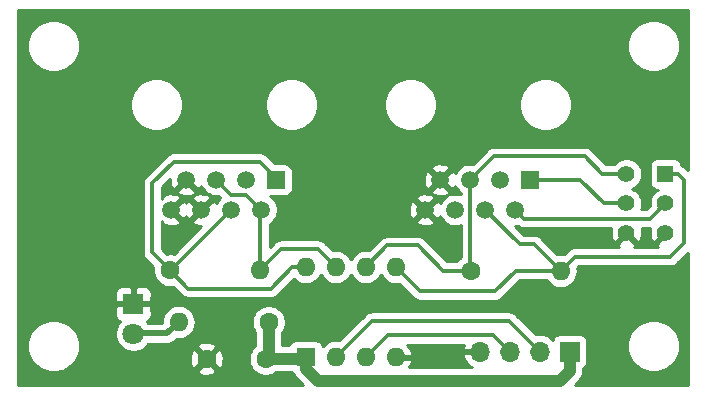
<source format=gbr>
G04 #@! TF.GenerationSoftware,KiCad,Pcbnew,(5.1.4)-1*
G04 #@! TF.CreationDate,2019-10-04T13:17:30-04:00*
G04 #@! TF.ProjectId,PB_16,50425f31-362e-46b6-9963-61645f706362,2*
G04 #@! TF.SameCoordinates,Original*
G04 #@! TF.FileFunction,Copper,L1,Top*
G04 #@! TF.FilePolarity,Positive*
%FSLAX46Y46*%
G04 Gerber Fmt 4.6, Leading zero omitted, Abs format (unit mm)*
G04 Created by KiCad (PCBNEW (5.1.4)-1) date 2019-10-04 13:17:30*
%MOMM*%
%LPD*%
G04 APERTURE LIST*
%ADD10O,1.600000X1.600000*%
%ADD11R,1.600000X1.600000*%
%ADD12C,1.400000*%
%ADD13R,1.400000X1.400000*%
%ADD14C,1.600000*%
%ADD15O,1.700000X1.700000*%
%ADD16R,1.700000X1.700000*%
%ADD17C,1.500000*%
%ADD18R,1.500000X1.500000*%
%ADD19C,1.800000*%
%ADD20R,1.800000X1.800000*%
%ADD21C,0.800000*%
%ADD22C,1.000000*%
%ADD23C,0.350000*%
%ADD24C,0.500000*%
%ADD25C,0.254000*%
G04 APERTURE END LIST*
D10*
X109000000Y-92380000D03*
X116620000Y-100000000D03*
X111540000Y-92380000D03*
X114080000Y-100000000D03*
X114080000Y-92380000D03*
X111540000Y-100000000D03*
X116620000Y-92380000D03*
D11*
X109000000Y-100000000D03*
D12*
X136150000Y-89500000D03*
X136150000Y-87000000D03*
X136150000Y-84500000D03*
X139450000Y-89500000D03*
X139450000Y-87000000D03*
D13*
X139450000Y-84500000D03*
D10*
X98230000Y-97050000D03*
D14*
X105850000Y-97050000D03*
D10*
X130570000Y-92700000D03*
D14*
X122950000Y-92700000D03*
D10*
X105120000Y-92650000D03*
D14*
X97500000Y-92650000D03*
D15*
X123730000Y-99550000D03*
X126270000Y-99550000D03*
X128810000Y-99550000D03*
D16*
X131350000Y-99550000D03*
D17*
X119110000Y-87540000D03*
X120380000Y-85000000D03*
X121650000Y-87540000D03*
X122920000Y-85000000D03*
X124190000Y-87540000D03*
X125460000Y-85000000D03*
X126730000Y-87540000D03*
D18*
X128000000Y-85000000D03*
D17*
X97610000Y-87540000D03*
X98880000Y-85000000D03*
X100150000Y-87540000D03*
X101420000Y-85000000D03*
X102690000Y-87540000D03*
X103960000Y-85000000D03*
X105230000Y-87540000D03*
D18*
X106500000Y-85000000D03*
D19*
X94400000Y-98040000D03*
D20*
X94400000Y-95500000D03*
D14*
X100600000Y-100150000D03*
X105600000Y-100150000D03*
D21*
X133750000Y-101550000D03*
X140500000Y-93550000D03*
X128400000Y-94700000D03*
X116250000Y-95050000D03*
X108100000Y-95150000D03*
X107750000Y-89200000D03*
X121350000Y-91000000D03*
X140750000Y-82400000D03*
X140200000Y-77700000D03*
X135000000Y-72250000D03*
X117300000Y-71850000D03*
X133150000Y-81150000D03*
X133550000Y-93050000D03*
X107300000Y-101900000D03*
X103600000Y-96300000D03*
X91550000Y-101300000D03*
X101950000Y-73750000D03*
X92250000Y-84300000D03*
X91900000Y-91350000D03*
X92200000Y-73900000D03*
X112850000Y-82800000D03*
X86450000Y-78000000D03*
X86450000Y-94150000D03*
X112850000Y-90100000D03*
D22*
X108850000Y-100150000D02*
X109000000Y-100000000D01*
X105600000Y-100150000D02*
X108850000Y-100150000D01*
X105850000Y-99900000D02*
X105600000Y-100150000D01*
X105850000Y-97050000D02*
X105850000Y-99900000D01*
X109000000Y-101000000D02*
X109000000Y-100000000D01*
X110000000Y-102000000D02*
X109000000Y-101000000D01*
X130500000Y-102000000D02*
X110000000Y-102000000D01*
X131350000Y-99550000D02*
X131350000Y-101150000D01*
X131350000Y-101150000D02*
X130500000Y-102000000D01*
D23*
X102169999Y-85749999D02*
X101420000Y-85000000D01*
X102670000Y-86250000D02*
X102169999Y-85749999D01*
X105230000Y-87540000D02*
X103940000Y-86250000D01*
X103940000Y-86250000D02*
X102670000Y-86250000D01*
X105120000Y-87650000D02*
X105230000Y-87540000D01*
X105120000Y-92650000D02*
X105120000Y-87650000D01*
X111540000Y-92380000D02*
X110010000Y-90850000D01*
X106920000Y-90850000D02*
X105120000Y-92650000D01*
X110010000Y-90850000D02*
X106920000Y-90850000D01*
X97500000Y-92650000D02*
X97580000Y-92650000D01*
X97580000Y-92650000D02*
X102690000Y-87540000D01*
X96000000Y-91150000D02*
X97500000Y-92650000D01*
X96000000Y-85300000D02*
X96000000Y-91150000D01*
X97850000Y-83450000D02*
X96000000Y-85300000D01*
X105100000Y-83450000D02*
X97850000Y-83450000D01*
X106500000Y-85000000D02*
X106500000Y-84850000D01*
X106500000Y-84850000D02*
X105100000Y-83450000D01*
X107868630Y-92380000D02*
X106048630Y-94200000D01*
X109000000Y-92380000D02*
X107868630Y-92380000D01*
X99050000Y-94200000D02*
X97500000Y-92650000D01*
X106048630Y-94200000D02*
X99050000Y-94200000D01*
X123669999Y-84250001D02*
X122920000Y-85000000D01*
X124920000Y-83000000D02*
X123669999Y-84250001D01*
X132600000Y-83000000D02*
X124920000Y-83000000D01*
X136150000Y-84500000D02*
X134100000Y-84500000D01*
X134100000Y-84500000D02*
X132600000Y-83000000D01*
X122920000Y-92670000D02*
X122950000Y-92700000D01*
X122920000Y-85000000D02*
X122920000Y-92670000D01*
X120650000Y-92700000D02*
X122950000Y-92700000D01*
X118500000Y-90550000D02*
X120650000Y-92700000D01*
X115910000Y-90550000D02*
X114080000Y-92380000D01*
X118500000Y-90550000D02*
X115910000Y-90550000D01*
X140500000Y-84500000D02*
X139450000Y-84500000D01*
X141000000Y-85000000D02*
X140500000Y-84500000D01*
X141000000Y-90350000D02*
X141000000Y-85000000D01*
X139850000Y-91500000D02*
X141000000Y-90350000D01*
X130570000Y-92700000D02*
X131770000Y-91500000D01*
X131770000Y-91500000D02*
X139850000Y-91500000D01*
X127100000Y-90450000D02*
X124190000Y-87540000D01*
X130570000Y-92700000D02*
X128320000Y-90450000D01*
X128320000Y-90450000D02*
X127100000Y-90450000D01*
X126800000Y-92700000D02*
X130570000Y-92700000D01*
X125049989Y-94450011D02*
X126800000Y-92700000D01*
X116620000Y-92380000D02*
X118690011Y-94450011D01*
X118690011Y-94450011D02*
X125049989Y-94450011D01*
X126730000Y-87540000D02*
X127479999Y-88289999D01*
X138750001Y-87699999D02*
X139450000Y-87000000D01*
X127479999Y-88289999D02*
X138160001Y-88289999D01*
X138160001Y-88289999D02*
X138750001Y-87699999D01*
X134250000Y-87000000D02*
X136150000Y-87000000D01*
X128000000Y-85000000D02*
X132250000Y-85000000D01*
X132250000Y-85000000D02*
X134250000Y-87000000D01*
X114879999Y-99200001D02*
X114080000Y-100000000D01*
X115930000Y-98150000D02*
X114879999Y-99200001D01*
X124870000Y-98150000D02*
X115930000Y-98150000D01*
X126270000Y-99550000D02*
X124870000Y-98150000D01*
X112339999Y-99200001D02*
X111540000Y-100000000D01*
X114590000Y-96950000D02*
X112339999Y-99200001D01*
X128810000Y-99550000D02*
X126210000Y-96950000D01*
X126210000Y-96950000D02*
X114590000Y-96950000D01*
X94610000Y-98250000D02*
X94400000Y-98040000D01*
D24*
X94440000Y-98000000D02*
X94400000Y-98040000D01*
X98230000Y-97050000D02*
X97280000Y-98000000D01*
X97280000Y-98000000D02*
X94440000Y-98000000D01*
D25*
G36*
X141340000Y-84194488D02*
G01*
X141100900Y-83955388D01*
X141075528Y-83924472D01*
X140952189Y-83823251D01*
X140811473Y-83748037D01*
X140782076Y-83739119D01*
X140775812Y-83675518D01*
X140739502Y-83555820D01*
X140680537Y-83445506D01*
X140601185Y-83348815D01*
X140504494Y-83269463D01*
X140394180Y-83210498D01*
X140274482Y-83174188D01*
X140150000Y-83161928D01*
X138750000Y-83161928D01*
X138625518Y-83174188D01*
X138505820Y-83210498D01*
X138395506Y-83269463D01*
X138298815Y-83348815D01*
X138219463Y-83445506D01*
X138160498Y-83555820D01*
X138124188Y-83675518D01*
X138111928Y-83800000D01*
X138111928Y-85200000D01*
X138124188Y-85324482D01*
X138160498Y-85444180D01*
X138219463Y-85554494D01*
X138298815Y-85651185D01*
X138395506Y-85730537D01*
X138505820Y-85789502D01*
X138625518Y-85825812D01*
X138750000Y-85838072D01*
X138786013Y-85838072D01*
X138598987Y-85963038D01*
X138413038Y-86148987D01*
X138266939Y-86367641D01*
X138166304Y-86610595D01*
X138115000Y-86868514D01*
X138115000Y-87131486D01*
X138124623Y-87179864D01*
X137824489Y-87479999D01*
X137396171Y-87479999D01*
X137433696Y-87389405D01*
X137485000Y-87131486D01*
X137485000Y-86868514D01*
X137433696Y-86610595D01*
X137333061Y-86367641D01*
X137186962Y-86148987D01*
X137001013Y-85963038D01*
X136782359Y-85816939D01*
X136620754Y-85750000D01*
X136782359Y-85683061D01*
X137001013Y-85536962D01*
X137186962Y-85351013D01*
X137333061Y-85132359D01*
X137433696Y-84889405D01*
X137485000Y-84631486D01*
X137485000Y-84368514D01*
X137433696Y-84110595D01*
X137333061Y-83867641D01*
X137186962Y-83648987D01*
X137001013Y-83463038D01*
X136782359Y-83316939D01*
X136539405Y-83216304D01*
X136281486Y-83165000D01*
X136018514Y-83165000D01*
X135760595Y-83216304D01*
X135517641Y-83316939D01*
X135298987Y-83463038D01*
X135113038Y-83648987D01*
X135085634Y-83690000D01*
X134435513Y-83690000D01*
X133200899Y-82455387D01*
X133175528Y-82424472D01*
X133052189Y-82323251D01*
X132911473Y-82248037D01*
X132758788Y-82201720D01*
X132639791Y-82190000D01*
X132639788Y-82190000D01*
X132600000Y-82186081D01*
X132560212Y-82190000D01*
X124959787Y-82190000D01*
X124919999Y-82186081D01*
X124880211Y-82190000D01*
X124880209Y-82190000D01*
X124761212Y-82201720D01*
X124608527Y-82248037D01*
X124543024Y-82283049D01*
X124467810Y-82323251D01*
X124412210Y-82368881D01*
X124344472Y-82424472D01*
X124319105Y-82455382D01*
X123142386Y-83632102D01*
X123056411Y-83615000D01*
X122783589Y-83615000D01*
X122516011Y-83668225D01*
X122263957Y-83772629D01*
X122037114Y-83924201D01*
X121844201Y-84117114D01*
X121692629Y-84343957D01*
X121651489Y-84443279D01*
X121636277Y-84401168D01*
X121575860Y-84288137D01*
X121336993Y-84222612D01*
X120559605Y-85000000D01*
X121336993Y-85777388D01*
X121575860Y-85711863D01*
X121650164Y-85553523D01*
X121692629Y-85656043D01*
X121844201Y-85882886D01*
X122037114Y-86075799D01*
X122110000Y-86124500D01*
X122110000Y-86231426D01*
X122053989Y-86208225D01*
X121786411Y-86155000D01*
X121513589Y-86155000D01*
X121246011Y-86208225D01*
X120993957Y-86312629D01*
X120767114Y-86464201D01*
X120574201Y-86657114D01*
X120422629Y-86883957D01*
X120381489Y-86983279D01*
X120366277Y-86941168D01*
X120305860Y-86828137D01*
X120066993Y-86762612D01*
X119289605Y-87540000D01*
X120066993Y-88317388D01*
X120305860Y-88251863D01*
X120380164Y-88093523D01*
X120422629Y-88196043D01*
X120574201Y-88422886D01*
X120767114Y-88615799D01*
X120993957Y-88767371D01*
X121246011Y-88871775D01*
X121513589Y-88925000D01*
X121786411Y-88925000D01*
X122053989Y-88871775D01*
X122110001Y-88848574D01*
X122110001Y-91535410D01*
X122035241Y-91585363D01*
X121835363Y-91785241D01*
X121765365Y-91890000D01*
X120985513Y-91890000D01*
X119100899Y-90005387D01*
X119075528Y-89974472D01*
X118952189Y-89873251D01*
X118811473Y-89798037D01*
X118658788Y-89751720D01*
X118539791Y-89740000D01*
X118539788Y-89740000D01*
X118500000Y-89736081D01*
X118460212Y-89740000D01*
X115949788Y-89740000D01*
X115910000Y-89736081D01*
X115870212Y-89740000D01*
X115870209Y-89740000D01*
X115751212Y-89751720D01*
X115598527Y-89798037D01*
X115533024Y-89833049D01*
X115457810Y-89873251D01*
X115393796Y-89925786D01*
X115334472Y-89974472D01*
X115309105Y-90005382D01*
X114349852Y-90964636D01*
X114150492Y-90945000D01*
X114009508Y-90945000D01*
X113798691Y-90965764D01*
X113528192Y-91047818D01*
X113278899Y-91181068D01*
X113060392Y-91360392D01*
X112881068Y-91578899D01*
X112810000Y-91711858D01*
X112738932Y-91578899D01*
X112559608Y-91360392D01*
X112341101Y-91181068D01*
X112091808Y-91047818D01*
X111821309Y-90965764D01*
X111610492Y-90945000D01*
X111469508Y-90945000D01*
X111270148Y-90964636D01*
X110610899Y-90305387D01*
X110585528Y-90274472D01*
X110462189Y-90173251D01*
X110321473Y-90098037D01*
X110168788Y-90051720D01*
X110049791Y-90040000D01*
X110049788Y-90040000D01*
X110010000Y-90036081D01*
X109970212Y-90040000D01*
X106959787Y-90040000D01*
X106919999Y-90036081D01*
X106880211Y-90040000D01*
X106880209Y-90040000D01*
X106761212Y-90051720D01*
X106608527Y-90098037D01*
X106467811Y-90173251D01*
X106344472Y-90274472D01*
X106319105Y-90305382D01*
X105930000Y-90694487D01*
X105930000Y-88738000D01*
X106112886Y-88615799D01*
X106231692Y-88496993D01*
X118332612Y-88496993D01*
X118398137Y-88735860D01*
X118645116Y-88851760D01*
X118909960Y-88917250D01*
X119182492Y-88929812D01*
X119452238Y-88888965D01*
X119708832Y-88796277D01*
X119821863Y-88735860D01*
X119887388Y-88496993D01*
X119110000Y-87719605D01*
X118332612Y-88496993D01*
X106231692Y-88496993D01*
X106305799Y-88422886D01*
X106457371Y-88196043D01*
X106561775Y-87943989D01*
X106615000Y-87676411D01*
X106615000Y-87612492D01*
X117720188Y-87612492D01*
X117761035Y-87882238D01*
X117853723Y-88138832D01*
X117914140Y-88251863D01*
X118153007Y-88317388D01*
X118930395Y-87540000D01*
X118153007Y-86762612D01*
X117914140Y-86828137D01*
X117798240Y-87075116D01*
X117732750Y-87339960D01*
X117720188Y-87612492D01*
X106615000Y-87612492D01*
X106615000Y-87403589D01*
X106561775Y-87136011D01*
X106457371Y-86883957D01*
X106305799Y-86657114D01*
X106231692Y-86583007D01*
X118332612Y-86583007D01*
X119110000Y-87360395D01*
X119887388Y-86583007D01*
X119821863Y-86344140D01*
X119574884Y-86228240D01*
X119310040Y-86162750D01*
X119037508Y-86150188D01*
X118767762Y-86191035D01*
X118511168Y-86283723D01*
X118398137Y-86344140D01*
X118332612Y-86583007D01*
X106231692Y-86583007D01*
X106112886Y-86464201D01*
X105998951Y-86388072D01*
X107250000Y-86388072D01*
X107374482Y-86375812D01*
X107494180Y-86339502D01*
X107604494Y-86280537D01*
X107701185Y-86201185D01*
X107780537Y-86104494D01*
X107839502Y-85994180D01*
X107850782Y-85956993D01*
X119602612Y-85956993D01*
X119668137Y-86195860D01*
X119915116Y-86311760D01*
X120179960Y-86377250D01*
X120452492Y-86389812D01*
X120722238Y-86348965D01*
X120978832Y-86256277D01*
X121091863Y-86195860D01*
X121157388Y-85956993D01*
X120380000Y-85179605D01*
X119602612Y-85956993D01*
X107850782Y-85956993D01*
X107875812Y-85874482D01*
X107888072Y-85750000D01*
X107888072Y-85072492D01*
X118990188Y-85072492D01*
X119031035Y-85342238D01*
X119123723Y-85598832D01*
X119184140Y-85711863D01*
X119423007Y-85777388D01*
X120200395Y-85000000D01*
X119423007Y-84222612D01*
X119184140Y-84288137D01*
X119068240Y-84535116D01*
X119002750Y-84799960D01*
X118990188Y-85072492D01*
X107888072Y-85072492D01*
X107888072Y-84250000D01*
X107875812Y-84125518D01*
X107850783Y-84043007D01*
X119602612Y-84043007D01*
X120380000Y-84820395D01*
X121157388Y-84043007D01*
X121091863Y-83804140D01*
X120844884Y-83688240D01*
X120580040Y-83622750D01*
X120307508Y-83610188D01*
X120037762Y-83651035D01*
X119781168Y-83743723D01*
X119668137Y-83804140D01*
X119602612Y-84043007D01*
X107850783Y-84043007D01*
X107839502Y-84005820D01*
X107780537Y-83895506D01*
X107701185Y-83798815D01*
X107604494Y-83719463D01*
X107494180Y-83660498D01*
X107374482Y-83624188D01*
X107250000Y-83611928D01*
X106407440Y-83611928D01*
X105700900Y-82905388D01*
X105675528Y-82874472D01*
X105552189Y-82773251D01*
X105411473Y-82698037D01*
X105258788Y-82651720D01*
X105139791Y-82640000D01*
X105139788Y-82640000D01*
X105100000Y-82636081D01*
X105060212Y-82640000D01*
X97889787Y-82640000D01*
X97849999Y-82636081D01*
X97810211Y-82640000D01*
X97810209Y-82640000D01*
X97691212Y-82651720D01*
X97538527Y-82698037D01*
X97473024Y-82733049D01*
X97397810Y-82773251D01*
X97342210Y-82818881D01*
X97274472Y-82874472D01*
X97249105Y-82905382D01*
X95455387Y-84699101D01*
X95424472Y-84724472D01*
X95366903Y-84794621D01*
X95323251Y-84847811D01*
X95322081Y-84850000D01*
X95248037Y-84988528D01*
X95201720Y-85141213D01*
X95190812Y-85251963D01*
X95186081Y-85300000D01*
X95190000Y-85339788D01*
X95190001Y-91110202D01*
X95186081Y-91150000D01*
X95196916Y-91260000D01*
X95201721Y-91308788D01*
X95237134Y-91425528D01*
X95248038Y-91461473D01*
X95323251Y-91602189D01*
X95369700Y-91658787D01*
X95424473Y-91725528D01*
X95455383Y-91750895D01*
X96089580Y-92385093D01*
X96065000Y-92508665D01*
X96065000Y-92791335D01*
X96120147Y-93068574D01*
X96228320Y-93329727D01*
X96385363Y-93564759D01*
X96585241Y-93764637D01*
X96820273Y-93921680D01*
X97081426Y-94029853D01*
X97358665Y-94085000D01*
X97641335Y-94085000D01*
X97764907Y-94060420D01*
X98449105Y-94744618D01*
X98474472Y-94775528D01*
X98542210Y-94831119D01*
X98597810Y-94876749D01*
X98673024Y-94916951D01*
X98738527Y-94951963D01*
X98891212Y-94998280D01*
X99010209Y-95010000D01*
X99010211Y-95010000D01*
X99049999Y-95013919D01*
X99089787Y-95010000D01*
X106008842Y-95010000D01*
X106048630Y-95013919D01*
X106088418Y-95010000D01*
X106088421Y-95010000D01*
X106207418Y-94998280D01*
X106360103Y-94951963D01*
X106500819Y-94876749D01*
X106624158Y-94775528D01*
X106649529Y-94744613D01*
X107988160Y-93405983D01*
X108198899Y-93578932D01*
X108448192Y-93712182D01*
X108718691Y-93794236D01*
X108929508Y-93815000D01*
X109070492Y-93815000D01*
X109281309Y-93794236D01*
X109551808Y-93712182D01*
X109801101Y-93578932D01*
X110019608Y-93399608D01*
X110198932Y-93181101D01*
X110270000Y-93048142D01*
X110341068Y-93181101D01*
X110520392Y-93399608D01*
X110738899Y-93578932D01*
X110988192Y-93712182D01*
X111258691Y-93794236D01*
X111469508Y-93815000D01*
X111610492Y-93815000D01*
X111821309Y-93794236D01*
X112091808Y-93712182D01*
X112341101Y-93578932D01*
X112559608Y-93399608D01*
X112738932Y-93181101D01*
X112810000Y-93048142D01*
X112881068Y-93181101D01*
X113060392Y-93399608D01*
X113278899Y-93578932D01*
X113528192Y-93712182D01*
X113798691Y-93794236D01*
X114009508Y-93815000D01*
X114150492Y-93815000D01*
X114361309Y-93794236D01*
X114631808Y-93712182D01*
X114881101Y-93578932D01*
X115099608Y-93399608D01*
X115278932Y-93181101D01*
X115350000Y-93048142D01*
X115421068Y-93181101D01*
X115600392Y-93399608D01*
X115818899Y-93578932D01*
X116068192Y-93712182D01*
X116338691Y-93794236D01*
X116549508Y-93815000D01*
X116690492Y-93815000D01*
X116889852Y-93795364D01*
X118089116Y-94994629D01*
X118114483Y-95025539D01*
X118145391Y-95050904D01*
X118237822Y-95126760D01*
X118378537Y-95201974D01*
X118414074Y-95212754D01*
X118531223Y-95248291D01*
X118650220Y-95260011D01*
X118650223Y-95260011D01*
X118690011Y-95263930D01*
X118729799Y-95260011D01*
X125010201Y-95260011D01*
X125049989Y-95263930D01*
X125089777Y-95260011D01*
X125089780Y-95260011D01*
X125208777Y-95248291D01*
X125361462Y-95201974D01*
X125502178Y-95126760D01*
X125625517Y-95025539D01*
X125650888Y-94994624D01*
X127135513Y-93510000D01*
X129378371Y-93510000D01*
X129550392Y-93719608D01*
X129768899Y-93898932D01*
X130018192Y-94032182D01*
X130288691Y-94114236D01*
X130499508Y-94135000D01*
X130640492Y-94135000D01*
X130851309Y-94114236D01*
X131121808Y-94032182D01*
X131371101Y-93898932D01*
X131589608Y-93719608D01*
X131768932Y-93501101D01*
X131902182Y-93251808D01*
X131984236Y-92981309D01*
X132011943Y-92700000D01*
X131985364Y-92430148D01*
X132105513Y-92310000D01*
X139810212Y-92310000D01*
X139850000Y-92313919D01*
X139889788Y-92310000D01*
X139889791Y-92310000D01*
X140008788Y-92298280D01*
X140161473Y-92251963D01*
X140302189Y-92176749D01*
X140425528Y-92075528D01*
X140450899Y-92044613D01*
X141340001Y-91155512D01*
X141340001Y-102340000D01*
X131765132Y-102340000D01*
X132113145Y-101991987D01*
X132156449Y-101956449D01*
X132298284Y-101783623D01*
X132403676Y-101586447D01*
X132468577Y-101372499D01*
X132485000Y-101205752D01*
X132490491Y-101150000D01*
X132485000Y-101094248D01*
X132485000Y-100967683D01*
X132554494Y-100930537D01*
X132651185Y-100851185D01*
X132730537Y-100754494D01*
X132789502Y-100644180D01*
X132825812Y-100524482D01*
X132838072Y-100400000D01*
X132838072Y-98839872D01*
X136195000Y-98839872D01*
X136195000Y-99280128D01*
X136280890Y-99711925D01*
X136449369Y-100118669D01*
X136693962Y-100484729D01*
X137005271Y-100796038D01*
X137371331Y-101040631D01*
X137778075Y-101209110D01*
X138209872Y-101295000D01*
X138650128Y-101295000D01*
X139081925Y-101209110D01*
X139488669Y-101040631D01*
X139854729Y-100796038D01*
X140166038Y-100484729D01*
X140410631Y-100118669D01*
X140579110Y-99711925D01*
X140665000Y-99280128D01*
X140665000Y-98839872D01*
X140579110Y-98408075D01*
X140410631Y-98001331D01*
X140166038Y-97635271D01*
X139854729Y-97323962D01*
X139488669Y-97079369D01*
X139081925Y-96910890D01*
X138650128Y-96825000D01*
X138209872Y-96825000D01*
X137778075Y-96910890D01*
X137371331Y-97079369D01*
X137005271Y-97323962D01*
X136693962Y-97635271D01*
X136449369Y-98001331D01*
X136280890Y-98408075D01*
X136195000Y-98839872D01*
X132838072Y-98839872D01*
X132838072Y-98700000D01*
X132825812Y-98575518D01*
X132789502Y-98455820D01*
X132730537Y-98345506D01*
X132651185Y-98248815D01*
X132554494Y-98169463D01*
X132444180Y-98110498D01*
X132324482Y-98074188D01*
X132200000Y-98061928D01*
X130500000Y-98061928D01*
X130375518Y-98074188D01*
X130255820Y-98110498D01*
X130145506Y-98169463D01*
X130048815Y-98248815D01*
X129969463Y-98345506D01*
X129910498Y-98455820D01*
X129889607Y-98524687D01*
X129865134Y-98494866D01*
X129639014Y-98309294D01*
X129381034Y-98171401D01*
X129101111Y-98086487D01*
X128882950Y-98065000D01*
X128737050Y-98065000D01*
X128518889Y-98086487D01*
X128498258Y-98092745D01*
X126810900Y-96405387D01*
X126785528Y-96374472D01*
X126662189Y-96273251D01*
X126521473Y-96198037D01*
X126368788Y-96151720D01*
X126249791Y-96140000D01*
X126249788Y-96140000D01*
X126210000Y-96136081D01*
X126170212Y-96140000D01*
X114629788Y-96140000D01*
X114590000Y-96136081D01*
X114550212Y-96140000D01*
X114550209Y-96140000D01*
X114431212Y-96151720D01*
X114278527Y-96198037D01*
X114221699Y-96228412D01*
X114137810Y-96273251D01*
X114092314Y-96310589D01*
X114014472Y-96374472D01*
X113989105Y-96405382D01*
X111809852Y-98584636D01*
X111610492Y-98565000D01*
X111469508Y-98565000D01*
X111258691Y-98585764D01*
X110988192Y-98667818D01*
X110738899Y-98801068D01*
X110520392Y-98980392D01*
X110427581Y-99093482D01*
X110425812Y-99075518D01*
X110389502Y-98955820D01*
X110330537Y-98845506D01*
X110251185Y-98748815D01*
X110154494Y-98669463D01*
X110044180Y-98610498D01*
X109924482Y-98574188D01*
X109800000Y-98561928D01*
X108200000Y-98561928D01*
X108075518Y-98574188D01*
X107955820Y-98610498D01*
X107845506Y-98669463D01*
X107748815Y-98748815D01*
X107669463Y-98845506D01*
X107610498Y-98955820D01*
X107592546Y-99015000D01*
X106985000Y-99015000D01*
X106985000Y-97934284D01*
X107121680Y-97729727D01*
X107229853Y-97468574D01*
X107285000Y-97191335D01*
X107285000Y-96908665D01*
X107229853Y-96631426D01*
X107121680Y-96370273D01*
X106964637Y-96135241D01*
X106764759Y-95935363D01*
X106529727Y-95778320D01*
X106268574Y-95670147D01*
X105991335Y-95615000D01*
X105708665Y-95615000D01*
X105431426Y-95670147D01*
X105170273Y-95778320D01*
X104935241Y-95935363D01*
X104735363Y-96135241D01*
X104578320Y-96370273D01*
X104470147Y-96631426D01*
X104415000Y-96908665D01*
X104415000Y-97191335D01*
X104470147Y-97468574D01*
X104578320Y-97729727D01*
X104715000Y-97934284D01*
X104715001Y-99015478D01*
X104685241Y-99035363D01*
X104485363Y-99235241D01*
X104328320Y-99470273D01*
X104220147Y-99731426D01*
X104165000Y-100008665D01*
X104165000Y-100291335D01*
X104220147Y-100568574D01*
X104328320Y-100829727D01*
X104485363Y-101064759D01*
X104685241Y-101264637D01*
X104920273Y-101421680D01*
X105181426Y-101529853D01*
X105458665Y-101585000D01*
X105741335Y-101585000D01*
X106018574Y-101529853D01*
X106279727Y-101421680D01*
X106484284Y-101285000D01*
X107790019Y-101285000D01*
X107845506Y-101330537D01*
X107927490Y-101374359D01*
X107946324Y-101436446D01*
X108051716Y-101633623D01*
X108193551Y-101806449D01*
X108236864Y-101841995D01*
X108734868Y-102340000D01*
X84660000Y-102340000D01*
X84660000Y-98839872D01*
X85395000Y-98839872D01*
X85395000Y-99280128D01*
X85480890Y-99711925D01*
X85649369Y-100118669D01*
X85893962Y-100484729D01*
X86205271Y-100796038D01*
X86571331Y-101040631D01*
X86978075Y-101209110D01*
X87409872Y-101295000D01*
X87850128Y-101295000D01*
X88281925Y-101209110D01*
X88442247Y-101142702D01*
X99786903Y-101142702D01*
X99858486Y-101386671D01*
X100113996Y-101507571D01*
X100388184Y-101576300D01*
X100670512Y-101590217D01*
X100950130Y-101548787D01*
X101216292Y-101453603D01*
X101341514Y-101386671D01*
X101413097Y-101142702D01*
X100600000Y-100329605D01*
X99786903Y-101142702D01*
X88442247Y-101142702D01*
X88688669Y-101040631D01*
X89054729Y-100796038D01*
X89366038Y-100484729D01*
X89542581Y-100220512D01*
X99159783Y-100220512D01*
X99201213Y-100500130D01*
X99296397Y-100766292D01*
X99363329Y-100891514D01*
X99607298Y-100963097D01*
X100420395Y-100150000D01*
X100779605Y-100150000D01*
X101592702Y-100963097D01*
X101836671Y-100891514D01*
X101957571Y-100636004D01*
X102026300Y-100361816D01*
X102040217Y-100079488D01*
X101998787Y-99799870D01*
X101903603Y-99533708D01*
X101836671Y-99408486D01*
X101592702Y-99336903D01*
X100779605Y-100150000D01*
X100420395Y-100150000D01*
X99607298Y-99336903D01*
X99363329Y-99408486D01*
X99242429Y-99663996D01*
X99173700Y-99938184D01*
X99159783Y-100220512D01*
X89542581Y-100220512D01*
X89610631Y-100118669D01*
X89779110Y-99711925D01*
X89865000Y-99280128D01*
X89865000Y-98839872D01*
X89779110Y-98408075D01*
X89610631Y-98001331D01*
X89366038Y-97635271D01*
X89054729Y-97323962D01*
X88688669Y-97079369D01*
X88281925Y-96910890D01*
X87850128Y-96825000D01*
X87409872Y-96825000D01*
X86978075Y-96910890D01*
X86571331Y-97079369D01*
X86205271Y-97323962D01*
X85893962Y-97635271D01*
X85649369Y-98001331D01*
X85480890Y-98408075D01*
X85395000Y-98839872D01*
X84660000Y-98839872D01*
X84660000Y-96400000D01*
X92861928Y-96400000D01*
X92874188Y-96524482D01*
X92910498Y-96644180D01*
X92969463Y-96754494D01*
X93048815Y-96851185D01*
X93145506Y-96930537D01*
X93255820Y-96989502D01*
X93274127Y-96995056D01*
X93207688Y-97061495D01*
X93039701Y-97312905D01*
X92923989Y-97592257D01*
X92865000Y-97888816D01*
X92865000Y-98191184D01*
X92923989Y-98487743D01*
X93039701Y-98767095D01*
X93207688Y-99018505D01*
X93421495Y-99232312D01*
X93672905Y-99400299D01*
X93952257Y-99516011D01*
X94248816Y-99575000D01*
X94551184Y-99575000D01*
X94847743Y-99516011D01*
X95127095Y-99400299D01*
X95378505Y-99232312D01*
X95453519Y-99157298D01*
X99786903Y-99157298D01*
X100600000Y-99970395D01*
X101413097Y-99157298D01*
X101341514Y-98913329D01*
X101086004Y-98792429D01*
X100811816Y-98723700D01*
X100529488Y-98709783D01*
X100249870Y-98751213D01*
X99983708Y-98846397D01*
X99858486Y-98913329D01*
X99786903Y-99157298D01*
X95453519Y-99157298D01*
X95592312Y-99018505D01*
X95681517Y-98885000D01*
X97236531Y-98885000D01*
X97280000Y-98889281D01*
X97323469Y-98885000D01*
X97323477Y-98885000D01*
X97453490Y-98872195D01*
X97620313Y-98821589D01*
X97774059Y-98739411D01*
X97908817Y-98628817D01*
X97936534Y-98595044D01*
X98056704Y-98474874D01*
X98159508Y-98485000D01*
X98300492Y-98485000D01*
X98511309Y-98464236D01*
X98781808Y-98382182D01*
X99031101Y-98248932D01*
X99249608Y-98069608D01*
X99428932Y-97851101D01*
X99562182Y-97601808D01*
X99644236Y-97331309D01*
X99671943Y-97050000D01*
X99644236Y-96768691D01*
X99562182Y-96498192D01*
X99428932Y-96248899D01*
X99249608Y-96030392D01*
X99031101Y-95851068D01*
X98781808Y-95717818D01*
X98511309Y-95635764D01*
X98300492Y-95615000D01*
X98159508Y-95615000D01*
X97948691Y-95635764D01*
X97678192Y-95717818D01*
X97428899Y-95851068D01*
X97210392Y-96030392D01*
X97031068Y-96248899D01*
X96897818Y-96498192D01*
X96815764Y-96768691D01*
X96788057Y-97050000D01*
X96794459Y-97115000D01*
X95628063Y-97115000D01*
X95592312Y-97061495D01*
X95525873Y-96995056D01*
X95544180Y-96989502D01*
X95654494Y-96930537D01*
X95751185Y-96851185D01*
X95830537Y-96754494D01*
X95889502Y-96644180D01*
X95925812Y-96524482D01*
X95938072Y-96400000D01*
X95935000Y-95785750D01*
X95776250Y-95627000D01*
X94527000Y-95627000D01*
X94527000Y-95647000D01*
X94273000Y-95647000D01*
X94273000Y-95627000D01*
X93023750Y-95627000D01*
X92865000Y-95785750D01*
X92861928Y-96400000D01*
X84660000Y-96400000D01*
X84660000Y-94600000D01*
X92861928Y-94600000D01*
X92865000Y-95214250D01*
X93023750Y-95373000D01*
X94273000Y-95373000D01*
X94273000Y-94123750D01*
X94527000Y-94123750D01*
X94527000Y-95373000D01*
X95776250Y-95373000D01*
X95935000Y-95214250D01*
X95938072Y-94600000D01*
X95925812Y-94475518D01*
X95889502Y-94355820D01*
X95830537Y-94245506D01*
X95751185Y-94148815D01*
X95654494Y-94069463D01*
X95544180Y-94010498D01*
X95424482Y-93974188D01*
X95300000Y-93961928D01*
X94685750Y-93965000D01*
X94527000Y-94123750D01*
X94273000Y-94123750D01*
X94114250Y-93965000D01*
X93500000Y-93961928D01*
X93375518Y-93974188D01*
X93255820Y-94010498D01*
X93145506Y-94069463D01*
X93048815Y-94148815D01*
X92969463Y-94245506D01*
X92910498Y-94355820D01*
X92874188Y-94475518D01*
X92861928Y-94600000D01*
X84660000Y-94600000D01*
X84660000Y-78429872D01*
X94105000Y-78429872D01*
X94105000Y-78870128D01*
X94190890Y-79301925D01*
X94359369Y-79708669D01*
X94603962Y-80074729D01*
X94915271Y-80386038D01*
X95281331Y-80630631D01*
X95688075Y-80799110D01*
X96119872Y-80885000D01*
X96560128Y-80885000D01*
X96991925Y-80799110D01*
X97398669Y-80630631D01*
X97764729Y-80386038D01*
X98076038Y-80074729D01*
X98320631Y-79708669D01*
X98489110Y-79301925D01*
X98575000Y-78870128D01*
X98575000Y-78429872D01*
X105535000Y-78429872D01*
X105535000Y-78870128D01*
X105620890Y-79301925D01*
X105789369Y-79708669D01*
X106033962Y-80074729D01*
X106345271Y-80386038D01*
X106711331Y-80630631D01*
X107118075Y-80799110D01*
X107549872Y-80885000D01*
X107990128Y-80885000D01*
X108421925Y-80799110D01*
X108828669Y-80630631D01*
X109194729Y-80386038D01*
X109506038Y-80074729D01*
X109750631Y-79708669D01*
X109919110Y-79301925D01*
X110005000Y-78870128D01*
X110005000Y-78429872D01*
X115605000Y-78429872D01*
X115605000Y-78870128D01*
X115690890Y-79301925D01*
X115859369Y-79708669D01*
X116103962Y-80074729D01*
X116415271Y-80386038D01*
X116781331Y-80630631D01*
X117188075Y-80799110D01*
X117619872Y-80885000D01*
X118060128Y-80885000D01*
X118491925Y-80799110D01*
X118898669Y-80630631D01*
X119264729Y-80386038D01*
X119576038Y-80074729D01*
X119820631Y-79708669D01*
X119989110Y-79301925D01*
X120075000Y-78870128D01*
X120075000Y-78429872D01*
X127035000Y-78429872D01*
X127035000Y-78870128D01*
X127120890Y-79301925D01*
X127289369Y-79708669D01*
X127533962Y-80074729D01*
X127845271Y-80386038D01*
X128211331Y-80630631D01*
X128618075Y-80799110D01*
X129049872Y-80885000D01*
X129490128Y-80885000D01*
X129921925Y-80799110D01*
X130328669Y-80630631D01*
X130694729Y-80386038D01*
X131006038Y-80074729D01*
X131250631Y-79708669D01*
X131419110Y-79301925D01*
X131505000Y-78870128D01*
X131505000Y-78429872D01*
X131419110Y-77998075D01*
X131250631Y-77591331D01*
X131006038Y-77225271D01*
X130694729Y-76913962D01*
X130328669Y-76669369D01*
X129921925Y-76500890D01*
X129490128Y-76415000D01*
X129049872Y-76415000D01*
X128618075Y-76500890D01*
X128211331Y-76669369D01*
X127845271Y-76913962D01*
X127533962Y-77225271D01*
X127289369Y-77591331D01*
X127120890Y-77998075D01*
X127035000Y-78429872D01*
X120075000Y-78429872D01*
X119989110Y-77998075D01*
X119820631Y-77591331D01*
X119576038Y-77225271D01*
X119264729Y-76913962D01*
X118898669Y-76669369D01*
X118491925Y-76500890D01*
X118060128Y-76415000D01*
X117619872Y-76415000D01*
X117188075Y-76500890D01*
X116781331Y-76669369D01*
X116415271Y-76913962D01*
X116103962Y-77225271D01*
X115859369Y-77591331D01*
X115690890Y-77998075D01*
X115605000Y-78429872D01*
X110005000Y-78429872D01*
X109919110Y-77998075D01*
X109750631Y-77591331D01*
X109506038Y-77225271D01*
X109194729Y-76913962D01*
X108828669Y-76669369D01*
X108421925Y-76500890D01*
X107990128Y-76415000D01*
X107549872Y-76415000D01*
X107118075Y-76500890D01*
X106711331Y-76669369D01*
X106345271Y-76913962D01*
X106033962Y-77225271D01*
X105789369Y-77591331D01*
X105620890Y-77998075D01*
X105535000Y-78429872D01*
X98575000Y-78429872D01*
X98489110Y-77998075D01*
X98320631Y-77591331D01*
X98076038Y-77225271D01*
X97764729Y-76913962D01*
X97398669Y-76669369D01*
X96991925Y-76500890D01*
X96560128Y-76415000D01*
X96119872Y-76415000D01*
X95688075Y-76500890D01*
X95281331Y-76669369D01*
X94915271Y-76913962D01*
X94603962Y-77225271D01*
X94359369Y-77591331D01*
X94190890Y-77998075D01*
X94105000Y-78429872D01*
X84660000Y-78429872D01*
X84660000Y-73439872D01*
X85395000Y-73439872D01*
X85395000Y-73880128D01*
X85480890Y-74311925D01*
X85649369Y-74718669D01*
X85893962Y-75084729D01*
X86205271Y-75396038D01*
X86571331Y-75640631D01*
X86978075Y-75809110D01*
X87409872Y-75895000D01*
X87850128Y-75895000D01*
X88281925Y-75809110D01*
X88688669Y-75640631D01*
X89054729Y-75396038D01*
X89366038Y-75084729D01*
X89610631Y-74718669D01*
X89779110Y-74311925D01*
X89865000Y-73880128D01*
X89865000Y-73439872D01*
X136195000Y-73439872D01*
X136195000Y-73880128D01*
X136280890Y-74311925D01*
X136449369Y-74718669D01*
X136693962Y-75084729D01*
X137005271Y-75396038D01*
X137371331Y-75640631D01*
X137778075Y-75809110D01*
X138209872Y-75895000D01*
X138650128Y-75895000D01*
X139081925Y-75809110D01*
X139488669Y-75640631D01*
X139854729Y-75396038D01*
X140166038Y-75084729D01*
X140410631Y-74718669D01*
X140579110Y-74311925D01*
X140665000Y-73880128D01*
X140665000Y-73439872D01*
X140579110Y-73008075D01*
X140410631Y-72601331D01*
X140166038Y-72235271D01*
X139854729Y-71923962D01*
X139488669Y-71679369D01*
X139081925Y-71510890D01*
X138650128Y-71425000D01*
X138209872Y-71425000D01*
X137778075Y-71510890D01*
X137371331Y-71679369D01*
X137005271Y-71923962D01*
X136693962Y-72235271D01*
X136449369Y-72601331D01*
X136280890Y-73008075D01*
X136195000Y-73439872D01*
X89865000Y-73439872D01*
X89779110Y-73008075D01*
X89610631Y-72601331D01*
X89366038Y-72235271D01*
X89054729Y-71923962D01*
X88688669Y-71679369D01*
X88281925Y-71510890D01*
X87850128Y-71425000D01*
X87409872Y-71425000D01*
X86978075Y-71510890D01*
X86571331Y-71679369D01*
X86205271Y-71923962D01*
X85893962Y-72235271D01*
X85649369Y-72601331D01*
X85480890Y-73008075D01*
X85395000Y-73439872D01*
X84660000Y-73439872D01*
X84660000Y-70660000D01*
X141340000Y-70660000D01*
X141340000Y-84194488D01*
X141340000Y-84194488D01*
G37*
X141340000Y-84194488D02*
X141100900Y-83955388D01*
X141075528Y-83924472D01*
X140952189Y-83823251D01*
X140811473Y-83748037D01*
X140782076Y-83739119D01*
X140775812Y-83675518D01*
X140739502Y-83555820D01*
X140680537Y-83445506D01*
X140601185Y-83348815D01*
X140504494Y-83269463D01*
X140394180Y-83210498D01*
X140274482Y-83174188D01*
X140150000Y-83161928D01*
X138750000Y-83161928D01*
X138625518Y-83174188D01*
X138505820Y-83210498D01*
X138395506Y-83269463D01*
X138298815Y-83348815D01*
X138219463Y-83445506D01*
X138160498Y-83555820D01*
X138124188Y-83675518D01*
X138111928Y-83800000D01*
X138111928Y-85200000D01*
X138124188Y-85324482D01*
X138160498Y-85444180D01*
X138219463Y-85554494D01*
X138298815Y-85651185D01*
X138395506Y-85730537D01*
X138505820Y-85789502D01*
X138625518Y-85825812D01*
X138750000Y-85838072D01*
X138786013Y-85838072D01*
X138598987Y-85963038D01*
X138413038Y-86148987D01*
X138266939Y-86367641D01*
X138166304Y-86610595D01*
X138115000Y-86868514D01*
X138115000Y-87131486D01*
X138124623Y-87179864D01*
X137824489Y-87479999D01*
X137396171Y-87479999D01*
X137433696Y-87389405D01*
X137485000Y-87131486D01*
X137485000Y-86868514D01*
X137433696Y-86610595D01*
X137333061Y-86367641D01*
X137186962Y-86148987D01*
X137001013Y-85963038D01*
X136782359Y-85816939D01*
X136620754Y-85750000D01*
X136782359Y-85683061D01*
X137001013Y-85536962D01*
X137186962Y-85351013D01*
X137333061Y-85132359D01*
X137433696Y-84889405D01*
X137485000Y-84631486D01*
X137485000Y-84368514D01*
X137433696Y-84110595D01*
X137333061Y-83867641D01*
X137186962Y-83648987D01*
X137001013Y-83463038D01*
X136782359Y-83316939D01*
X136539405Y-83216304D01*
X136281486Y-83165000D01*
X136018514Y-83165000D01*
X135760595Y-83216304D01*
X135517641Y-83316939D01*
X135298987Y-83463038D01*
X135113038Y-83648987D01*
X135085634Y-83690000D01*
X134435513Y-83690000D01*
X133200899Y-82455387D01*
X133175528Y-82424472D01*
X133052189Y-82323251D01*
X132911473Y-82248037D01*
X132758788Y-82201720D01*
X132639791Y-82190000D01*
X132639788Y-82190000D01*
X132600000Y-82186081D01*
X132560212Y-82190000D01*
X124959787Y-82190000D01*
X124919999Y-82186081D01*
X124880211Y-82190000D01*
X124880209Y-82190000D01*
X124761212Y-82201720D01*
X124608527Y-82248037D01*
X124543024Y-82283049D01*
X124467810Y-82323251D01*
X124412210Y-82368881D01*
X124344472Y-82424472D01*
X124319105Y-82455382D01*
X123142386Y-83632102D01*
X123056411Y-83615000D01*
X122783589Y-83615000D01*
X122516011Y-83668225D01*
X122263957Y-83772629D01*
X122037114Y-83924201D01*
X121844201Y-84117114D01*
X121692629Y-84343957D01*
X121651489Y-84443279D01*
X121636277Y-84401168D01*
X121575860Y-84288137D01*
X121336993Y-84222612D01*
X120559605Y-85000000D01*
X121336993Y-85777388D01*
X121575860Y-85711863D01*
X121650164Y-85553523D01*
X121692629Y-85656043D01*
X121844201Y-85882886D01*
X122037114Y-86075799D01*
X122110000Y-86124500D01*
X122110000Y-86231426D01*
X122053989Y-86208225D01*
X121786411Y-86155000D01*
X121513589Y-86155000D01*
X121246011Y-86208225D01*
X120993957Y-86312629D01*
X120767114Y-86464201D01*
X120574201Y-86657114D01*
X120422629Y-86883957D01*
X120381489Y-86983279D01*
X120366277Y-86941168D01*
X120305860Y-86828137D01*
X120066993Y-86762612D01*
X119289605Y-87540000D01*
X120066993Y-88317388D01*
X120305860Y-88251863D01*
X120380164Y-88093523D01*
X120422629Y-88196043D01*
X120574201Y-88422886D01*
X120767114Y-88615799D01*
X120993957Y-88767371D01*
X121246011Y-88871775D01*
X121513589Y-88925000D01*
X121786411Y-88925000D01*
X122053989Y-88871775D01*
X122110001Y-88848574D01*
X122110001Y-91535410D01*
X122035241Y-91585363D01*
X121835363Y-91785241D01*
X121765365Y-91890000D01*
X120985513Y-91890000D01*
X119100899Y-90005387D01*
X119075528Y-89974472D01*
X118952189Y-89873251D01*
X118811473Y-89798037D01*
X118658788Y-89751720D01*
X118539791Y-89740000D01*
X118539788Y-89740000D01*
X118500000Y-89736081D01*
X118460212Y-89740000D01*
X115949788Y-89740000D01*
X115910000Y-89736081D01*
X115870212Y-89740000D01*
X115870209Y-89740000D01*
X115751212Y-89751720D01*
X115598527Y-89798037D01*
X115533024Y-89833049D01*
X115457810Y-89873251D01*
X115393796Y-89925786D01*
X115334472Y-89974472D01*
X115309105Y-90005382D01*
X114349852Y-90964636D01*
X114150492Y-90945000D01*
X114009508Y-90945000D01*
X113798691Y-90965764D01*
X113528192Y-91047818D01*
X113278899Y-91181068D01*
X113060392Y-91360392D01*
X112881068Y-91578899D01*
X112810000Y-91711858D01*
X112738932Y-91578899D01*
X112559608Y-91360392D01*
X112341101Y-91181068D01*
X112091808Y-91047818D01*
X111821309Y-90965764D01*
X111610492Y-90945000D01*
X111469508Y-90945000D01*
X111270148Y-90964636D01*
X110610899Y-90305387D01*
X110585528Y-90274472D01*
X110462189Y-90173251D01*
X110321473Y-90098037D01*
X110168788Y-90051720D01*
X110049791Y-90040000D01*
X110049788Y-90040000D01*
X110010000Y-90036081D01*
X109970212Y-90040000D01*
X106959787Y-90040000D01*
X106919999Y-90036081D01*
X106880211Y-90040000D01*
X106880209Y-90040000D01*
X106761212Y-90051720D01*
X106608527Y-90098037D01*
X106467811Y-90173251D01*
X106344472Y-90274472D01*
X106319105Y-90305382D01*
X105930000Y-90694487D01*
X105930000Y-88738000D01*
X106112886Y-88615799D01*
X106231692Y-88496993D01*
X118332612Y-88496993D01*
X118398137Y-88735860D01*
X118645116Y-88851760D01*
X118909960Y-88917250D01*
X119182492Y-88929812D01*
X119452238Y-88888965D01*
X119708832Y-88796277D01*
X119821863Y-88735860D01*
X119887388Y-88496993D01*
X119110000Y-87719605D01*
X118332612Y-88496993D01*
X106231692Y-88496993D01*
X106305799Y-88422886D01*
X106457371Y-88196043D01*
X106561775Y-87943989D01*
X106615000Y-87676411D01*
X106615000Y-87612492D01*
X117720188Y-87612492D01*
X117761035Y-87882238D01*
X117853723Y-88138832D01*
X117914140Y-88251863D01*
X118153007Y-88317388D01*
X118930395Y-87540000D01*
X118153007Y-86762612D01*
X117914140Y-86828137D01*
X117798240Y-87075116D01*
X117732750Y-87339960D01*
X117720188Y-87612492D01*
X106615000Y-87612492D01*
X106615000Y-87403589D01*
X106561775Y-87136011D01*
X106457371Y-86883957D01*
X106305799Y-86657114D01*
X106231692Y-86583007D01*
X118332612Y-86583007D01*
X119110000Y-87360395D01*
X119887388Y-86583007D01*
X119821863Y-86344140D01*
X119574884Y-86228240D01*
X119310040Y-86162750D01*
X119037508Y-86150188D01*
X118767762Y-86191035D01*
X118511168Y-86283723D01*
X118398137Y-86344140D01*
X118332612Y-86583007D01*
X106231692Y-86583007D01*
X106112886Y-86464201D01*
X105998951Y-86388072D01*
X107250000Y-86388072D01*
X107374482Y-86375812D01*
X107494180Y-86339502D01*
X107604494Y-86280537D01*
X107701185Y-86201185D01*
X107780537Y-86104494D01*
X107839502Y-85994180D01*
X107850782Y-85956993D01*
X119602612Y-85956993D01*
X119668137Y-86195860D01*
X119915116Y-86311760D01*
X120179960Y-86377250D01*
X120452492Y-86389812D01*
X120722238Y-86348965D01*
X120978832Y-86256277D01*
X121091863Y-86195860D01*
X121157388Y-85956993D01*
X120380000Y-85179605D01*
X119602612Y-85956993D01*
X107850782Y-85956993D01*
X107875812Y-85874482D01*
X107888072Y-85750000D01*
X107888072Y-85072492D01*
X118990188Y-85072492D01*
X119031035Y-85342238D01*
X119123723Y-85598832D01*
X119184140Y-85711863D01*
X119423007Y-85777388D01*
X120200395Y-85000000D01*
X119423007Y-84222612D01*
X119184140Y-84288137D01*
X119068240Y-84535116D01*
X119002750Y-84799960D01*
X118990188Y-85072492D01*
X107888072Y-85072492D01*
X107888072Y-84250000D01*
X107875812Y-84125518D01*
X107850783Y-84043007D01*
X119602612Y-84043007D01*
X120380000Y-84820395D01*
X121157388Y-84043007D01*
X121091863Y-83804140D01*
X120844884Y-83688240D01*
X120580040Y-83622750D01*
X120307508Y-83610188D01*
X120037762Y-83651035D01*
X119781168Y-83743723D01*
X119668137Y-83804140D01*
X119602612Y-84043007D01*
X107850783Y-84043007D01*
X107839502Y-84005820D01*
X107780537Y-83895506D01*
X107701185Y-83798815D01*
X107604494Y-83719463D01*
X107494180Y-83660498D01*
X107374482Y-83624188D01*
X107250000Y-83611928D01*
X106407440Y-83611928D01*
X105700900Y-82905388D01*
X105675528Y-82874472D01*
X105552189Y-82773251D01*
X105411473Y-82698037D01*
X105258788Y-82651720D01*
X105139791Y-82640000D01*
X105139788Y-82640000D01*
X105100000Y-82636081D01*
X105060212Y-82640000D01*
X97889787Y-82640000D01*
X97849999Y-82636081D01*
X97810211Y-82640000D01*
X97810209Y-82640000D01*
X97691212Y-82651720D01*
X97538527Y-82698037D01*
X97473024Y-82733049D01*
X97397810Y-82773251D01*
X97342210Y-82818881D01*
X97274472Y-82874472D01*
X97249105Y-82905382D01*
X95455387Y-84699101D01*
X95424472Y-84724472D01*
X95366903Y-84794621D01*
X95323251Y-84847811D01*
X95322081Y-84850000D01*
X95248037Y-84988528D01*
X95201720Y-85141213D01*
X95190812Y-85251963D01*
X95186081Y-85300000D01*
X95190000Y-85339788D01*
X95190001Y-91110202D01*
X95186081Y-91150000D01*
X95196916Y-91260000D01*
X95201721Y-91308788D01*
X95237134Y-91425528D01*
X95248038Y-91461473D01*
X95323251Y-91602189D01*
X95369700Y-91658787D01*
X95424473Y-91725528D01*
X95455383Y-91750895D01*
X96089580Y-92385093D01*
X96065000Y-92508665D01*
X96065000Y-92791335D01*
X96120147Y-93068574D01*
X96228320Y-93329727D01*
X96385363Y-93564759D01*
X96585241Y-93764637D01*
X96820273Y-93921680D01*
X97081426Y-94029853D01*
X97358665Y-94085000D01*
X97641335Y-94085000D01*
X97764907Y-94060420D01*
X98449105Y-94744618D01*
X98474472Y-94775528D01*
X98542210Y-94831119D01*
X98597810Y-94876749D01*
X98673024Y-94916951D01*
X98738527Y-94951963D01*
X98891212Y-94998280D01*
X99010209Y-95010000D01*
X99010211Y-95010000D01*
X99049999Y-95013919D01*
X99089787Y-95010000D01*
X106008842Y-95010000D01*
X106048630Y-95013919D01*
X106088418Y-95010000D01*
X106088421Y-95010000D01*
X106207418Y-94998280D01*
X106360103Y-94951963D01*
X106500819Y-94876749D01*
X106624158Y-94775528D01*
X106649529Y-94744613D01*
X107988160Y-93405983D01*
X108198899Y-93578932D01*
X108448192Y-93712182D01*
X108718691Y-93794236D01*
X108929508Y-93815000D01*
X109070492Y-93815000D01*
X109281309Y-93794236D01*
X109551808Y-93712182D01*
X109801101Y-93578932D01*
X110019608Y-93399608D01*
X110198932Y-93181101D01*
X110270000Y-93048142D01*
X110341068Y-93181101D01*
X110520392Y-93399608D01*
X110738899Y-93578932D01*
X110988192Y-93712182D01*
X111258691Y-93794236D01*
X111469508Y-93815000D01*
X111610492Y-93815000D01*
X111821309Y-93794236D01*
X112091808Y-93712182D01*
X112341101Y-93578932D01*
X112559608Y-93399608D01*
X112738932Y-93181101D01*
X112810000Y-93048142D01*
X112881068Y-93181101D01*
X113060392Y-93399608D01*
X113278899Y-93578932D01*
X113528192Y-93712182D01*
X113798691Y-93794236D01*
X114009508Y-93815000D01*
X114150492Y-93815000D01*
X114361309Y-93794236D01*
X114631808Y-93712182D01*
X114881101Y-93578932D01*
X115099608Y-93399608D01*
X115278932Y-93181101D01*
X115350000Y-93048142D01*
X115421068Y-93181101D01*
X115600392Y-93399608D01*
X115818899Y-93578932D01*
X116068192Y-93712182D01*
X116338691Y-93794236D01*
X116549508Y-93815000D01*
X116690492Y-93815000D01*
X116889852Y-93795364D01*
X118089116Y-94994629D01*
X118114483Y-95025539D01*
X118145391Y-95050904D01*
X118237822Y-95126760D01*
X118378537Y-95201974D01*
X118414074Y-95212754D01*
X118531223Y-95248291D01*
X118650220Y-95260011D01*
X118650223Y-95260011D01*
X118690011Y-95263930D01*
X118729799Y-95260011D01*
X125010201Y-95260011D01*
X125049989Y-95263930D01*
X125089777Y-95260011D01*
X125089780Y-95260011D01*
X125208777Y-95248291D01*
X125361462Y-95201974D01*
X125502178Y-95126760D01*
X125625517Y-95025539D01*
X125650888Y-94994624D01*
X127135513Y-93510000D01*
X129378371Y-93510000D01*
X129550392Y-93719608D01*
X129768899Y-93898932D01*
X130018192Y-94032182D01*
X130288691Y-94114236D01*
X130499508Y-94135000D01*
X130640492Y-94135000D01*
X130851309Y-94114236D01*
X131121808Y-94032182D01*
X131371101Y-93898932D01*
X131589608Y-93719608D01*
X131768932Y-93501101D01*
X131902182Y-93251808D01*
X131984236Y-92981309D01*
X132011943Y-92700000D01*
X131985364Y-92430148D01*
X132105513Y-92310000D01*
X139810212Y-92310000D01*
X139850000Y-92313919D01*
X139889788Y-92310000D01*
X139889791Y-92310000D01*
X140008788Y-92298280D01*
X140161473Y-92251963D01*
X140302189Y-92176749D01*
X140425528Y-92075528D01*
X140450899Y-92044613D01*
X141340001Y-91155512D01*
X141340001Y-102340000D01*
X131765132Y-102340000D01*
X132113145Y-101991987D01*
X132156449Y-101956449D01*
X132298284Y-101783623D01*
X132403676Y-101586447D01*
X132468577Y-101372499D01*
X132485000Y-101205752D01*
X132490491Y-101150000D01*
X132485000Y-101094248D01*
X132485000Y-100967683D01*
X132554494Y-100930537D01*
X132651185Y-100851185D01*
X132730537Y-100754494D01*
X132789502Y-100644180D01*
X132825812Y-100524482D01*
X132838072Y-100400000D01*
X132838072Y-98839872D01*
X136195000Y-98839872D01*
X136195000Y-99280128D01*
X136280890Y-99711925D01*
X136449369Y-100118669D01*
X136693962Y-100484729D01*
X137005271Y-100796038D01*
X137371331Y-101040631D01*
X137778075Y-101209110D01*
X138209872Y-101295000D01*
X138650128Y-101295000D01*
X139081925Y-101209110D01*
X139488669Y-101040631D01*
X139854729Y-100796038D01*
X140166038Y-100484729D01*
X140410631Y-100118669D01*
X140579110Y-99711925D01*
X140665000Y-99280128D01*
X140665000Y-98839872D01*
X140579110Y-98408075D01*
X140410631Y-98001331D01*
X140166038Y-97635271D01*
X139854729Y-97323962D01*
X139488669Y-97079369D01*
X139081925Y-96910890D01*
X138650128Y-96825000D01*
X138209872Y-96825000D01*
X137778075Y-96910890D01*
X137371331Y-97079369D01*
X137005271Y-97323962D01*
X136693962Y-97635271D01*
X136449369Y-98001331D01*
X136280890Y-98408075D01*
X136195000Y-98839872D01*
X132838072Y-98839872D01*
X132838072Y-98700000D01*
X132825812Y-98575518D01*
X132789502Y-98455820D01*
X132730537Y-98345506D01*
X132651185Y-98248815D01*
X132554494Y-98169463D01*
X132444180Y-98110498D01*
X132324482Y-98074188D01*
X132200000Y-98061928D01*
X130500000Y-98061928D01*
X130375518Y-98074188D01*
X130255820Y-98110498D01*
X130145506Y-98169463D01*
X130048815Y-98248815D01*
X129969463Y-98345506D01*
X129910498Y-98455820D01*
X129889607Y-98524687D01*
X129865134Y-98494866D01*
X129639014Y-98309294D01*
X129381034Y-98171401D01*
X129101111Y-98086487D01*
X128882950Y-98065000D01*
X128737050Y-98065000D01*
X128518889Y-98086487D01*
X128498258Y-98092745D01*
X126810900Y-96405387D01*
X126785528Y-96374472D01*
X126662189Y-96273251D01*
X126521473Y-96198037D01*
X126368788Y-96151720D01*
X126249791Y-96140000D01*
X126249788Y-96140000D01*
X126210000Y-96136081D01*
X126170212Y-96140000D01*
X114629788Y-96140000D01*
X114590000Y-96136081D01*
X114550212Y-96140000D01*
X114550209Y-96140000D01*
X114431212Y-96151720D01*
X114278527Y-96198037D01*
X114221699Y-96228412D01*
X114137810Y-96273251D01*
X114092314Y-96310589D01*
X114014472Y-96374472D01*
X113989105Y-96405382D01*
X111809852Y-98584636D01*
X111610492Y-98565000D01*
X111469508Y-98565000D01*
X111258691Y-98585764D01*
X110988192Y-98667818D01*
X110738899Y-98801068D01*
X110520392Y-98980392D01*
X110427581Y-99093482D01*
X110425812Y-99075518D01*
X110389502Y-98955820D01*
X110330537Y-98845506D01*
X110251185Y-98748815D01*
X110154494Y-98669463D01*
X110044180Y-98610498D01*
X109924482Y-98574188D01*
X109800000Y-98561928D01*
X108200000Y-98561928D01*
X108075518Y-98574188D01*
X107955820Y-98610498D01*
X107845506Y-98669463D01*
X107748815Y-98748815D01*
X107669463Y-98845506D01*
X107610498Y-98955820D01*
X107592546Y-99015000D01*
X106985000Y-99015000D01*
X106985000Y-97934284D01*
X107121680Y-97729727D01*
X107229853Y-97468574D01*
X107285000Y-97191335D01*
X107285000Y-96908665D01*
X107229853Y-96631426D01*
X107121680Y-96370273D01*
X106964637Y-96135241D01*
X106764759Y-95935363D01*
X106529727Y-95778320D01*
X106268574Y-95670147D01*
X105991335Y-95615000D01*
X105708665Y-95615000D01*
X105431426Y-95670147D01*
X105170273Y-95778320D01*
X104935241Y-95935363D01*
X104735363Y-96135241D01*
X104578320Y-96370273D01*
X104470147Y-96631426D01*
X104415000Y-96908665D01*
X104415000Y-97191335D01*
X104470147Y-97468574D01*
X104578320Y-97729727D01*
X104715000Y-97934284D01*
X104715001Y-99015478D01*
X104685241Y-99035363D01*
X104485363Y-99235241D01*
X104328320Y-99470273D01*
X104220147Y-99731426D01*
X104165000Y-100008665D01*
X104165000Y-100291335D01*
X104220147Y-100568574D01*
X104328320Y-100829727D01*
X104485363Y-101064759D01*
X104685241Y-101264637D01*
X104920273Y-101421680D01*
X105181426Y-101529853D01*
X105458665Y-101585000D01*
X105741335Y-101585000D01*
X106018574Y-101529853D01*
X106279727Y-101421680D01*
X106484284Y-101285000D01*
X107790019Y-101285000D01*
X107845506Y-101330537D01*
X107927490Y-101374359D01*
X107946324Y-101436446D01*
X108051716Y-101633623D01*
X108193551Y-101806449D01*
X108236864Y-101841995D01*
X108734868Y-102340000D01*
X84660000Y-102340000D01*
X84660000Y-98839872D01*
X85395000Y-98839872D01*
X85395000Y-99280128D01*
X85480890Y-99711925D01*
X85649369Y-100118669D01*
X85893962Y-100484729D01*
X86205271Y-100796038D01*
X86571331Y-101040631D01*
X86978075Y-101209110D01*
X87409872Y-101295000D01*
X87850128Y-101295000D01*
X88281925Y-101209110D01*
X88442247Y-101142702D01*
X99786903Y-101142702D01*
X99858486Y-101386671D01*
X100113996Y-101507571D01*
X100388184Y-101576300D01*
X100670512Y-101590217D01*
X100950130Y-101548787D01*
X101216292Y-101453603D01*
X101341514Y-101386671D01*
X101413097Y-101142702D01*
X100600000Y-100329605D01*
X99786903Y-101142702D01*
X88442247Y-101142702D01*
X88688669Y-101040631D01*
X89054729Y-100796038D01*
X89366038Y-100484729D01*
X89542581Y-100220512D01*
X99159783Y-100220512D01*
X99201213Y-100500130D01*
X99296397Y-100766292D01*
X99363329Y-100891514D01*
X99607298Y-100963097D01*
X100420395Y-100150000D01*
X100779605Y-100150000D01*
X101592702Y-100963097D01*
X101836671Y-100891514D01*
X101957571Y-100636004D01*
X102026300Y-100361816D01*
X102040217Y-100079488D01*
X101998787Y-99799870D01*
X101903603Y-99533708D01*
X101836671Y-99408486D01*
X101592702Y-99336903D01*
X100779605Y-100150000D01*
X100420395Y-100150000D01*
X99607298Y-99336903D01*
X99363329Y-99408486D01*
X99242429Y-99663996D01*
X99173700Y-99938184D01*
X99159783Y-100220512D01*
X89542581Y-100220512D01*
X89610631Y-100118669D01*
X89779110Y-99711925D01*
X89865000Y-99280128D01*
X89865000Y-98839872D01*
X89779110Y-98408075D01*
X89610631Y-98001331D01*
X89366038Y-97635271D01*
X89054729Y-97323962D01*
X88688669Y-97079369D01*
X88281925Y-96910890D01*
X87850128Y-96825000D01*
X87409872Y-96825000D01*
X86978075Y-96910890D01*
X86571331Y-97079369D01*
X86205271Y-97323962D01*
X85893962Y-97635271D01*
X85649369Y-98001331D01*
X85480890Y-98408075D01*
X85395000Y-98839872D01*
X84660000Y-98839872D01*
X84660000Y-96400000D01*
X92861928Y-96400000D01*
X92874188Y-96524482D01*
X92910498Y-96644180D01*
X92969463Y-96754494D01*
X93048815Y-96851185D01*
X93145506Y-96930537D01*
X93255820Y-96989502D01*
X93274127Y-96995056D01*
X93207688Y-97061495D01*
X93039701Y-97312905D01*
X92923989Y-97592257D01*
X92865000Y-97888816D01*
X92865000Y-98191184D01*
X92923989Y-98487743D01*
X93039701Y-98767095D01*
X93207688Y-99018505D01*
X93421495Y-99232312D01*
X93672905Y-99400299D01*
X93952257Y-99516011D01*
X94248816Y-99575000D01*
X94551184Y-99575000D01*
X94847743Y-99516011D01*
X95127095Y-99400299D01*
X95378505Y-99232312D01*
X95453519Y-99157298D01*
X99786903Y-99157298D01*
X100600000Y-99970395D01*
X101413097Y-99157298D01*
X101341514Y-98913329D01*
X101086004Y-98792429D01*
X100811816Y-98723700D01*
X100529488Y-98709783D01*
X100249870Y-98751213D01*
X99983708Y-98846397D01*
X99858486Y-98913329D01*
X99786903Y-99157298D01*
X95453519Y-99157298D01*
X95592312Y-99018505D01*
X95681517Y-98885000D01*
X97236531Y-98885000D01*
X97280000Y-98889281D01*
X97323469Y-98885000D01*
X97323477Y-98885000D01*
X97453490Y-98872195D01*
X97620313Y-98821589D01*
X97774059Y-98739411D01*
X97908817Y-98628817D01*
X97936534Y-98595044D01*
X98056704Y-98474874D01*
X98159508Y-98485000D01*
X98300492Y-98485000D01*
X98511309Y-98464236D01*
X98781808Y-98382182D01*
X99031101Y-98248932D01*
X99249608Y-98069608D01*
X99428932Y-97851101D01*
X99562182Y-97601808D01*
X99644236Y-97331309D01*
X99671943Y-97050000D01*
X99644236Y-96768691D01*
X99562182Y-96498192D01*
X99428932Y-96248899D01*
X99249608Y-96030392D01*
X99031101Y-95851068D01*
X98781808Y-95717818D01*
X98511309Y-95635764D01*
X98300492Y-95615000D01*
X98159508Y-95615000D01*
X97948691Y-95635764D01*
X97678192Y-95717818D01*
X97428899Y-95851068D01*
X97210392Y-96030392D01*
X97031068Y-96248899D01*
X96897818Y-96498192D01*
X96815764Y-96768691D01*
X96788057Y-97050000D01*
X96794459Y-97115000D01*
X95628063Y-97115000D01*
X95592312Y-97061495D01*
X95525873Y-96995056D01*
X95544180Y-96989502D01*
X95654494Y-96930537D01*
X95751185Y-96851185D01*
X95830537Y-96754494D01*
X95889502Y-96644180D01*
X95925812Y-96524482D01*
X95938072Y-96400000D01*
X95935000Y-95785750D01*
X95776250Y-95627000D01*
X94527000Y-95627000D01*
X94527000Y-95647000D01*
X94273000Y-95647000D01*
X94273000Y-95627000D01*
X93023750Y-95627000D01*
X92865000Y-95785750D01*
X92861928Y-96400000D01*
X84660000Y-96400000D01*
X84660000Y-94600000D01*
X92861928Y-94600000D01*
X92865000Y-95214250D01*
X93023750Y-95373000D01*
X94273000Y-95373000D01*
X94273000Y-94123750D01*
X94527000Y-94123750D01*
X94527000Y-95373000D01*
X95776250Y-95373000D01*
X95935000Y-95214250D01*
X95938072Y-94600000D01*
X95925812Y-94475518D01*
X95889502Y-94355820D01*
X95830537Y-94245506D01*
X95751185Y-94148815D01*
X95654494Y-94069463D01*
X95544180Y-94010498D01*
X95424482Y-93974188D01*
X95300000Y-93961928D01*
X94685750Y-93965000D01*
X94527000Y-94123750D01*
X94273000Y-94123750D01*
X94114250Y-93965000D01*
X93500000Y-93961928D01*
X93375518Y-93974188D01*
X93255820Y-94010498D01*
X93145506Y-94069463D01*
X93048815Y-94148815D01*
X92969463Y-94245506D01*
X92910498Y-94355820D01*
X92874188Y-94475518D01*
X92861928Y-94600000D01*
X84660000Y-94600000D01*
X84660000Y-78429872D01*
X94105000Y-78429872D01*
X94105000Y-78870128D01*
X94190890Y-79301925D01*
X94359369Y-79708669D01*
X94603962Y-80074729D01*
X94915271Y-80386038D01*
X95281331Y-80630631D01*
X95688075Y-80799110D01*
X96119872Y-80885000D01*
X96560128Y-80885000D01*
X96991925Y-80799110D01*
X97398669Y-80630631D01*
X97764729Y-80386038D01*
X98076038Y-80074729D01*
X98320631Y-79708669D01*
X98489110Y-79301925D01*
X98575000Y-78870128D01*
X98575000Y-78429872D01*
X105535000Y-78429872D01*
X105535000Y-78870128D01*
X105620890Y-79301925D01*
X105789369Y-79708669D01*
X106033962Y-80074729D01*
X106345271Y-80386038D01*
X106711331Y-80630631D01*
X107118075Y-80799110D01*
X107549872Y-80885000D01*
X107990128Y-80885000D01*
X108421925Y-80799110D01*
X108828669Y-80630631D01*
X109194729Y-80386038D01*
X109506038Y-80074729D01*
X109750631Y-79708669D01*
X109919110Y-79301925D01*
X110005000Y-78870128D01*
X110005000Y-78429872D01*
X115605000Y-78429872D01*
X115605000Y-78870128D01*
X115690890Y-79301925D01*
X115859369Y-79708669D01*
X116103962Y-80074729D01*
X116415271Y-80386038D01*
X116781331Y-80630631D01*
X117188075Y-80799110D01*
X117619872Y-80885000D01*
X118060128Y-80885000D01*
X118491925Y-80799110D01*
X118898669Y-80630631D01*
X119264729Y-80386038D01*
X119576038Y-80074729D01*
X119820631Y-79708669D01*
X119989110Y-79301925D01*
X120075000Y-78870128D01*
X120075000Y-78429872D01*
X127035000Y-78429872D01*
X127035000Y-78870128D01*
X127120890Y-79301925D01*
X127289369Y-79708669D01*
X127533962Y-80074729D01*
X127845271Y-80386038D01*
X128211331Y-80630631D01*
X128618075Y-80799110D01*
X129049872Y-80885000D01*
X129490128Y-80885000D01*
X129921925Y-80799110D01*
X130328669Y-80630631D01*
X130694729Y-80386038D01*
X131006038Y-80074729D01*
X131250631Y-79708669D01*
X131419110Y-79301925D01*
X131505000Y-78870128D01*
X131505000Y-78429872D01*
X131419110Y-77998075D01*
X131250631Y-77591331D01*
X131006038Y-77225271D01*
X130694729Y-76913962D01*
X130328669Y-76669369D01*
X129921925Y-76500890D01*
X129490128Y-76415000D01*
X129049872Y-76415000D01*
X128618075Y-76500890D01*
X128211331Y-76669369D01*
X127845271Y-76913962D01*
X127533962Y-77225271D01*
X127289369Y-77591331D01*
X127120890Y-77998075D01*
X127035000Y-78429872D01*
X120075000Y-78429872D01*
X119989110Y-77998075D01*
X119820631Y-77591331D01*
X119576038Y-77225271D01*
X119264729Y-76913962D01*
X118898669Y-76669369D01*
X118491925Y-76500890D01*
X118060128Y-76415000D01*
X117619872Y-76415000D01*
X117188075Y-76500890D01*
X116781331Y-76669369D01*
X116415271Y-76913962D01*
X116103962Y-77225271D01*
X115859369Y-77591331D01*
X115690890Y-77998075D01*
X115605000Y-78429872D01*
X110005000Y-78429872D01*
X109919110Y-77998075D01*
X109750631Y-77591331D01*
X109506038Y-77225271D01*
X109194729Y-76913962D01*
X108828669Y-76669369D01*
X108421925Y-76500890D01*
X107990128Y-76415000D01*
X107549872Y-76415000D01*
X107118075Y-76500890D01*
X106711331Y-76669369D01*
X106345271Y-76913962D01*
X106033962Y-77225271D01*
X105789369Y-77591331D01*
X105620890Y-77998075D01*
X105535000Y-78429872D01*
X98575000Y-78429872D01*
X98489110Y-77998075D01*
X98320631Y-77591331D01*
X98076038Y-77225271D01*
X97764729Y-76913962D01*
X97398669Y-76669369D01*
X96991925Y-76500890D01*
X96560128Y-76415000D01*
X96119872Y-76415000D01*
X95688075Y-76500890D01*
X95281331Y-76669369D01*
X94915271Y-76913962D01*
X94603962Y-77225271D01*
X94359369Y-77591331D01*
X94190890Y-77998075D01*
X94105000Y-78429872D01*
X84660000Y-78429872D01*
X84660000Y-73439872D01*
X85395000Y-73439872D01*
X85395000Y-73880128D01*
X85480890Y-74311925D01*
X85649369Y-74718669D01*
X85893962Y-75084729D01*
X86205271Y-75396038D01*
X86571331Y-75640631D01*
X86978075Y-75809110D01*
X87409872Y-75895000D01*
X87850128Y-75895000D01*
X88281925Y-75809110D01*
X88688669Y-75640631D01*
X89054729Y-75396038D01*
X89366038Y-75084729D01*
X89610631Y-74718669D01*
X89779110Y-74311925D01*
X89865000Y-73880128D01*
X89865000Y-73439872D01*
X136195000Y-73439872D01*
X136195000Y-73880128D01*
X136280890Y-74311925D01*
X136449369Y-74718669D01*
X136693962Y-75084729D01*
X137005271Y-75396038D01*
X137371331Y-75640631D01*
X137778075Y-75809110D01*
X138209872Y-75895000D01*
X138650128Y-75895000D01*
X139081925Y-75809110D01*
X139488669Y-75640631D01*
X139854729Y-75396038D01*
X140166038Y-75084729D01*
X140410631Y-74718669D01*
X140579110Y-74311925D01*
X140665000Y-73880128D01*
X140665000Y-73439872D01*
X140579110Y-73008075D01*
X140410631Y-72601331D01*
X140166038Y-72235271D01*
X139854729Y-71923962D01*
X139488669Y-71679369D01*
X139081925Y-71510890D01*
X138650128Y-71425000D01*
X138209872Y-71425000D01*
X137778075Y-71510890D01*
X137371331Y-71679369D01*
X137005271Y-71923962D01*
X136693962Y-72235271D01*
X136449369Y-72601331D01*
X136280890Y-73008075D01*
X136195000Y-73439872D01*
X89865000Y-73439872D01*
X89779110Y-73008075D01*
X89610631Y-72601331D01*
X89366038Y-72235271D01*
X89054729Y-71923962D01*
X88688669Y-71679369D01*
X88281925Y-71510890D01*
X87850128Y-71425000D01*
X87409872Y-71425000D01*
X86978075Y-71510890D01*
X86571331Y-71679369D01*
X86205271Y-71923962D01*
X85893962Y-72235271D01*
X85649369Y-72601331D01*
X85480890Y-73008075D01*
X85395000Y-73439872D01*
X84660000Y-73439872D01*
X84660000Y-70660000D01*
X141340000Y-70660000D01*
X141340000Y-84194488D01*
G36*
X122288519Y-99193109D02*
G01*
X122409186Y-99423000D01*
X123603000Y-99423000D01*
X123603000Y-99403000D01*
X123857000Y-99403000D01*
X123857000Y-99423000D01*
X123877000Y-99423000D01*
X123877000Y-99677000D01*
X123857000Y-99677000D01*
X123857000Y-99697000D01*
X123603000Y-99697000D01*
X123603000Y-99677000D01*
X122409186Y-99677000D01*
X122288519Y-99906891D01*
X122385843Y-100181252D01*
X122534822Y-100431355D01*
X122729731Y-100647588D01*
X122963080Y-100821641D01*
X123054111Y-100865000D01*
X117763436Y-100865000D01*
X117772385Y-100855131D01*
X117917070Y-100613881D01*
X118011909Y-100349040D01*
X117890624Y-100127000D01*
X116747000Y-100127000D01*
X116747000Y-100147000D01*
X116493000Y-100147000D01*
X116493000Y-100127000D01*
X116473000Y-100127000D01*
X116473000Y-99873000D01*
X116493000Y-99873000D01*
X116493000Y-99853000D01*
X116747000Y-99853000D01*
X116747000Y-99873000D01*
X117890624Y-99873000D01*
X118011909Y-99650960D01*
X117917070Y-99386119D01*
X117772385Y-99144869D01*
X117604742Y-98960000D01*
X122371210Y-98960000D01*
X122288519Y-99193109D01*
X122288519Y-99193109D01*
G37*
X122288519Y-99193109D02*
X122409186Y-99423000D01*
X123603000Y-99423000D01*
X123603000Y-99403000D01*
X123857000Y-99403000D01*
X123857000Y-99423000D01*
X123877000Y-99423000D01*
X123877000Y-99677000D01*
X123857000Y-99677000D01*
X123857000Y-99697000D01*
X123603000Y-99697000D01*
X123603000Y-99677000D01*
X122409186Y-99677000D01*
X122288519Y-99906891D01*
X122385843Y-100181252D01*
X122534822Y-100431355D01*
X122729731Y-100647588D01*
X122963080Y-100821641D01*
X123054111Y-100865000D01*
X117763436Y-100865000D01*
X117772385Y-100855131D01*
X117917070Y-100613881D01*
X118011909Y-100349040D01*
X117890624Y-100127000D01*
X116747000Y-100127000D01*
X116747000Y-100147000D01*
X116493000Y-100147000D01*
X116493000Y-100127000D01*
X116473000Y-100127000D01*
X116473000Y-99873000D01*
X116493000Y-99873000D01*
X116493000Y-99853000D01*
X116747000Y-99853000D01*
X116747000Y-99873000D01*
X117890624Y-99873000D01*
X118011909Y-99650960D01*
X117917070Y-99386119D01*
X117772385Y-99144869D01*
X117604742Y-98960000D01*
X122371210Y-98960000D01*
X122288519Y-99193109D01*
G36*
X127027810Y-88966748D02*
G01*
X127168526Y-89041962D01*
X127321211Y-89088279D01*
X127440208Y-89099999D01*
X127440211Y-89099999D01*
X127479999Y-89103918D01*
X127519787Y-89099999D01*
X134873405Y-89099999D01*
X134821817Y-89311740D01*
X134810610Y-89574473D01*
X134850875Y-89834344D01*
X134941065Y-90081366D01*
X134994963Y-90182203D01*
X135228731Y-90241664D01*
X135970395Y-89500000D01*
X135956253Y-89485858D01*
X136135858Y-89306253D01*
X136150000Y-89320395D01*
X136164143Y-89306253D01*
X136343748Y-89485858D01*
X136329605Y-89500000D01*
X137071269Y-90241664D01*
X137305037Y-90182203D01*
X137415934Y-89943758D01*
X137478183Y-89688260D01*
X137489390Y-89425527D01*
X137449125Y-89165656D01*
X137425153Y-89099999D01*
X138120213Y-89099999D01*
X138160001Y-89103918D01*
X138172756Y-89102662D01*
X138121817Y-89311740D01*
X138110610Y-89574473D01*
X138150875Y-89834344D01*
X138241065Y-90081366D01*
X138294963Y-90182203D01*
X138528731Y-90241664D01*
X139270395Y-89500000D01*
X139256253Y-89485858D01*
X139435858Y-89306253D01*
X139450000Y-89320395D01*
X139464143Y-89306253D01*
X139643748Y-89485858D01*
X139629605Y-89500000D01*
X139643748Y-89514143D01*
X139464143Y-89693748D01*
X139450000Y-89679605D01*
X138708336Y-90421269D01*
X138767797Y-90655037D01*
X138842973Y-90690000D01*
X136766791Y-90690000D01*
X136832203Y-90655037D01*
X136891664Y-90421269D01*
X136150000Y-89679605D01*
X135408336Y-90421269D01*
X135467797Y-90655037D01*
X135542973Y-90690000D01*
X131809787Y-90690000D01*
X131769999Y-90686081D01*
X131730211Y-90690000D01*
X131730209Y-90690000D01*
X131611212Y-90701720D01*
X131458527Y-90748037D01*
X131433390Y-90761473D01*
X131317810Y-90823251D01*
X131271237Y-90861473D01*
X131194472Y-90924472D01*
X131169107Y-90955380D01*
X130839852Y-91284636D01*
X130640492Y-91265000D01*
X130499508Y-91265000D01*
X130300148Y-91284636D01*
X128920899Y-89905387D01*
X128895528Y-89874472D01*
X128772189Y-89773251D01*
X128631473Y-89698037D01*
X128478788Y-89651720D01*
X128359791Y-89640000D01*
X128359788Y-89640000D01*
X128320000Y-89636081D01*
X128280212Y-89640000D01*
X127435513Y-89640000D01*
X126720513Y-88925000D01*
X126866411Y-88925000D01*
X126955376Y-88907304D01*
X127027810Y-88966748D01*
X127027810Y-88966748D01*
G37*
X127027810Y-88966748D02*
X127168526Y-89041962D01*
X127321211Y-89088279D01*
X127440208Y-89099999D01*
X127440211Y-89099999D01*
X127479999Y-89103918D01*
X127519787Y-89099999D01*
X134873405Y-89099999D01*
X134821817Y-89311740D01*
X134810610Y-89574473D01*
X134850875Y-89834344D01*
X134941065Y-90081366D01*
X134994963Y-90182203D01*
X135228731Y-90241664D01*
X135970395Y-89500000D01*
X135956253Y-89485858D01*
X136135858Y-89306253D01*
X136150000Y-89320395D01*
X136164143Y-89306253D01*
X136343748Y-89485858D01*
X136329605Y-89500000D01*
X137071269Y-90241664D01*
X137305037Y-90182203D01*
X137415934Y-89943758D01*
X137478183Y-89688260D01*
X137489390Y-89425527D01*
X137449125Y-89165656D01*
X137425153Y-89099999D01*
X138120213Y-89099999D01*
X138160001Y-89103918D01*
X138172756Y-89102662D01*
X138121817Y-89311740D01*
X138110610Y-89574473D01*
X138150875Y-89834344D01*
X138241065Y-90081366D01*
X138294963Y-90182203D01*
X138528731Y-90241664D01*
X139270395Y-89500000D01*
X139256253Y-89485858D01*
X139435858Y-89306253D01*
X139450000Y-89320395D01*
X139464143Y-89306253D01*
X139643748Y-89485858D01*
X139629605Y-89500000D01*
X139643748Y-89514143D01*
X139464143Y-89693748D01*
X139450000Y-89679605D01*
X138708336Y-90421269D01*
X138767797Y-90655037D01*
X138842973Y-90690000D01*
X136766791Y-90690000D01*
X136832203Y-90655037D01*
X136891664Y-90421269D01*
X136150000Y-89679605D01*
X135408336Y-90421269D01*
X135467797Y-90655037D01*
X135542973Y-90690000D01*
X131809787Y-90690000D01*
X131769999Y-90686081D01*
X131730211Y-90690000D01*
X131730209Y-90690000D01*
X131611212Y-90701720D01*
X131458527Y-90748037D01*
X131433390Y-90761473D01*
X131317810Y-90823251D01*
X131271237Y-90861473D01*
X131194472Y-90924472D01*
X131169107Y-90955380D01*
X130839852Y-91284636D01*
X130640492Y-91265000D01*
X130499508Y-91265000D01*
X130300148Y-91284636D01*
X128920899Y-89905387D01*
X128895528Y-89874472D01*
X128772189Y-89773251D01*
X128631473Y-89698037D01*
X128478788Y-89651720D01*
X128359791Y-89640000D01*
X128359788Y-89640000D01*
X128320000Y-89636081D01*
X128280212Y-89640000D01*
X127435513Y-89640000D01*
X126720513Y-88925000D01*
X126866411Y-88925000D01*
X126955376Y-88907304D01*
X127027810Y-88966748D01*
G36*
X99073748Y-84985858D02*
G01*
X99059605Y-85000000D01*
X99836993Y-85777388D01*
X100075860Y-85711863D01*
X100150164Y-85553523D01*
X100192629Y-85656043D01*
X100344201Y-85882886D01*
X100537114Y-86075799D01*
X100763957Y-86227371D01*
X101016011Y-86331775D01*
X101283589Y-86385000D01*
X101556411Y-86385000D01*
X101642386Y-86367898D01*
X101772902Y-86498414D01*
X101614201Y-86657114D01*
X101462629Y-86883957D01*
X101421489Y-86983279D01*
X101406277Y-86941168D01*
X101345860Y-86828137D01*
X101106993Y-86762612D01*
X100329605Y-87540000D01*
X100343748Y-87554143D01*
X100164143Y-87733748D01*
X100150000Y-87719605D01*
X99372612Y-88496993D01*
X99438137Y-88735860D01*
X99685116Y-88851760D01*
X99949960Y-88917250D01*
X100157664Y-88926824D01*
X97831634Y-91252853D01*
X97641335Y-91215000D01*
X97358665Y-91215000D01*
X97235093Y-91239580D01*
X96810000Y-90814488D01*
X96810000Y-88519608D01*
X96832613Y-88496995D01*
X96898137Y-88735860D01*
X97145116Y-88851760D01*
X97409960Y-88917250D01*
X97682492Y-88929812D01*
X97952238Y-88888965D01*
X98208832Y-88796277D01*
X98321863Y-88735860D01*
X98387388Y-88496993D01*
X97610000Y-87719605D01*
X97595858Y-87733748D01*
X97416253Y-87554143D01*
X97430395Y-87540000D01*
X97789605Y-87540000D01*
X98566993Y-88317388D01*
X98805860Y-88251863D01*
X98878578Y-88096904D01*
X98893723Y-88138832D01*
X98954140Y-88251863D01*
X99193007Y-88317388D01*
X99970395Y-87540000D01*
X99193007Y-86762612D01*
X98954140Y-86828137D01*
X98881422Y-86983096D01*
X98866277Y-86941168D01*
X98805860Y-86828137D01*
X98566993Y-86762612D01*
X97789605Y-87540000D01*
X97430395Y-87540000D01*
X97416253Y-87525858D01*
X97595858Y-87346253D01*
X97610000Y-87360395D01*
X98387388Y-86583007D01*
X99372612Y-86583007D01*
X100150000Y-87360395D01*
X100927388Y-86583007D01*
X100861863Y-86344140D01*
X100614884Y-86228240D01*
X100350040Y-86162750D01*
X100077508Y-86150188D01*
X99807762Y-86191035D01*
X99551168Y-86283723D01*
X99438137Y-86344140D01*
X99372612Y-86583007D01*
X98387388Y-86583007D01*
X98321863Y-86344140D01*
X98074884Y-86228240D01*
X97810040Y-86162750D01*
X97537508Y-86150188D01*
X97267762Y-86191035D01*
X97011168Y-86283723D01*
X96898137Y-86344140D01*
X96832613Y-86583005D01*
X96810000Y-86560392D01*
X96810000Y-85956993D01*
X98102612Y-85956993D01*
X98168137Y-86195860D01*
X98415116Y-86311760D01*
X98679960Y-86377250D01*
X98952492Y-86389812D01*
X99222238Y-86348965D01*
X99478832Y-86256277D01*
X99591863Y-86195860D01*
X99657388Y-85956993D01*
X98880000Y-85179605D01*
X98102612Y-85956993D01*
X96810000Y-85956993D01*
X96810000Y-85635512D01*
X97495850Y-84949663D01*
X97490188Y-85072492D01*
X97531035Y-85342238D01*
X97623723Y-85598832D01*
X97684140Y-85711863D01*
X97923007Y-85777388D01*
X98700395Y-85000000D01*
X98686253Y-84985858D01*
X98865858Y-84806253D01*
X98880000Y-84820395D01*
X98894143Y-84806253D01*
X99073748Y-84985858D01*
X99073748Y-84985858D01*
G37*
X99073748Y-84985858D02*
X99059605Y-85000000D01*
X99836993Y-85777388D01*
X100075860Y-85711863D01*
X100150164Y-85553523D01*
X100192629Y-85656043D01*
X100344201Y-85882886D01*
X100537114Y-86075799D01*
X100763957Y-86227371D01*
X101016011Y-86331775D01*
X101283589Y-86385000D01*
X101556411Y-86385000D01*
X101642386Y-86367898D01*
X101772902Y-86498414D01*
X101614201Y-86657114D01*
X101462629Y-86883957D01*
X101421489Y-86983279D01*
X101406277Y-86941168D01*
X101345860Y-86828137D01*
X101106993Y-86762612D01*
X100329605Y-87540000D01*
X100343748Y-87554143D01*
X100164143Y-87733748D01*
X100150000Y-87719605D01*
X99372612Y-88496993D01*
X99438137Y-88735860D01*
X99685116Y-88851760D01*
X99949960Y-88917250D01*
X100157664Y-88926824D01*
X97831634Y-91252853D01*
X97641335Y-91215000D01*
X97358665Y-91215000D01*
X97235093Y-91239580D01*
X96810000Y-90814488D01*
X96810000Y-88519608D01*
X96832613Y-88496995D01*
X96898137Y-88735860D01*
X97145116Y-88851760D01*
X97409960Y-88917250D01*
X97682492Y-88929812D01*
X97952238Y-88888965D01*
X98208832Y-88796277D01*
X98321863Y-88735860D01*
X98387388Y-88496993D01*
X97610000Y-87719605D01*
X97595858Y-87733748D01*
X97416253Y-87554143D01*
X97430395Y-87540000D01*
X97789605Y-87540000D01*
X98566993Y-88317388D01*
X98805860Y-88251863D01*
X98878578Y-88096904D01*
X98893723Y-88138832D01*
X98954140Y-88251863D01*
X99193007Y-88317388D01*
X99970395Y-87540000D01*
X99193007Y-86762612D01*
X98954140Y-86828137D01*
X98881422Y-86983096D01*
X98866277Y-86941168D01*
X98805860Y-86828137D01*
X98566993Y-86762612D01*
X97789605Y-87540000D01*
X97430395Y-87540000D01*
X97416253Y-87525858D01*
X97595858Y-87346253D01*
X97610000Y-87360395D01*
X98387388Y-86583007D01*
X99372612Y-86583007D01*
X100150000Y-87360395D01*
X100927388Y-86583007D01*
X100861863Y-86344140D01*
X100614884Y-86228240D01*
X100350040Y-86162750D01*
X100077508Y-86150188D01*
X99807762Y-86191035D01*
X99551168Y-86283723D01*
X99438137Y-86344140D01*
X99372612Y-86583007D01*
X98387388Y-86583007D01*
X98321863Y-86344140D01*
X98074884Y-86228240D01*
X97810040Y-86162750D01*
X97537508Y-86150188D01*
X97267762Y-86191035D01*
X97011168Y-86283723D01*
X96898137Y-86344140D01*
X96832613Y-86583005D01*
X96810000Y-86560392D01*
X96810000Y-85956993D01*
X98102612Y-85956993D01*
X98168137Y-86195860D01*
X98415116Y-86311760D01*
X98679960Y-86377250D01*
X98952492Y-86389812D01*
X99222238Y-86348965D01*
X99478832Y-86256277D01*
X99591863Y-86195860D01*
X99657388Y-85956993D01*
X98880000Y-85179605D01*
X98102612Y-85956993D01*
X96810000Y-85956993D01*
X96810000Y-85635512D01*
X97495850Y-84949663D01*
X97490188Y-85072492D01*
X97531035Y-85342238D01*
X97623723Y-85598832D01*
X97684140Y-85711863D01*
X97923007Y-85777388D01*
X98700395Y-85000000D01*
X98686253Y-84985858D01*
X98865858Y-84806253D01*
X98880000Y-84820395D01*
X98894143Y-84806253D01*
X99073748Y-84985858D01*
M02*

</source>
